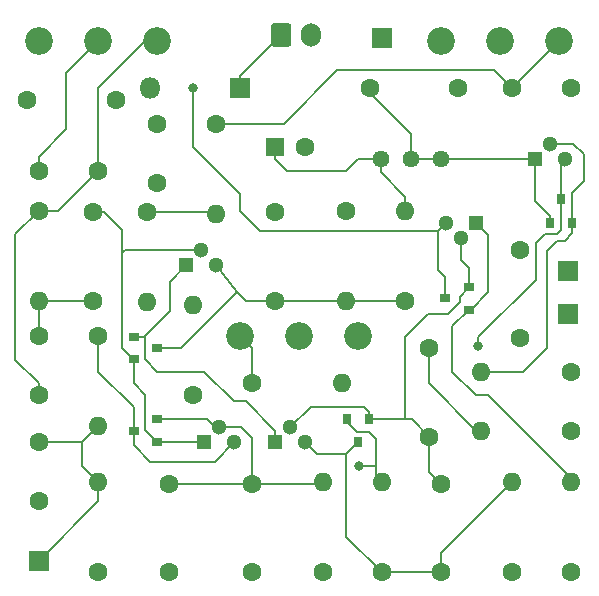
<source format=gbr>
%TF.GenerationSoftware,KiCad,Pcbnew,(5.1.12)-1*%
%TF.CreationDate,2022-03-07T16:55:28+01:00*%
%TF.ProjectId,BSIAB,42534941-422e-46b6-9963-61645f706362,rev?*%
%TF.SameCoordinates,Original*%
%TF.FileFunction,Copper,L1,Top*%
%TF.FilePolarity,Positive*%
%FSLAX46Y46*%
G04 Gerber Fmt 4.6, Leading zero omitted, Abs format (unit mm)*
G04 Created by KiCad (PCBNEW (5.1.12)-1) date 2022-03-07 16:55:28*
%MOMM*%
%LPD*%
G01*
G04 APERTURE LIST*
%TA.AperFunction,ComponentPad*%
%ADD10C,2.340000*%
%TD*%
%TA.AperFunction,ComponentPad*%
%ADD11C,1.600000*%
%TD*%
%TA.AperFunction,ComponentPad*%
%ADD12R,1.800000X1.800000*%
%TD*%
%TA.AperFunction,ComponentPad*%
%ADD13O,1.800000X1.800000*%
%TD*%
%TA.AperFunction,SMDPad,CuDef*%
%ADD14R,0.900000X0.800000*%
%TD*%
%TA.AperFunction,SMDPad,CuDef*%
%ADD15R,0.800000X0.900000*%
%TD*%
%TA.AperFunction,ComponentPad*%
%ADD16C,1.300000*%
%TD*%
%TA.AperFunction,ComponentPad*%
%ADD17R,1.300000X1.300000*%
%TD*%
%TA.AperFunction,ComponentPad*%
%ADD18O,1.600000X1.600000*%
%TD*%
%TA.AperFunction,ComponentPad*%
%ADD19C,1.440000*%
%TD*%
%TA.AperFunction,ComponentPad*%
%ADD20R,1.600000X1.600000*%
%TD*%
%TA.AperFunction,ComponentPad*%
%ADD21O,1.700000X2.000000*%
%TD*%
%TA.AperFunction,ComponentPad*%
%ADD22R,1.700000X1.700000*%
%TD*%
%TA.AperFunction,ViaPad*%
%ADD23C,0.800000*%
%TD*%
%TA.AperFunction,Conductor*%
%ADD24C,0.200000*%
%TD*%
G04 APERTURE END LIST*
D10*
%TO.P,GAIN1,3*%
%TO.N,Net-(C7-Pad1)*%
X113000000Y-103000000D03*
%TO.P,GAIN1,2*%
%TO.N,/G4*%
X108000000Y-103000000D03*
%TO.P,GAIN1,1*%
%TO.N,GND*%
X103000000Y-103000000D03*
%TD*%
D11*
%TO.P,C1,1*%
%TO.N,Net-(C1-Pad1)*%
X143700000Y-120700000D03*
%TO.P,C1,2*%
%TO.N,Net-(C1-Pad2)*%
X143700000Y-128200000D03*
%TD*%
D12*
%TO.P,D1,1*%
%TO.N,/9V*%
X120000000Y-107000000D03*
D13*
%TO.P,D1,2*%
%TO.N,GND*%
X112380000Y-107000000D03*
%TD*%
D10*
%TO.P,LEVEL1,3*%
%TO.N,Net-(C13-Pad2)*%
X147000000Y-103000000D03*
%TO.P,LEVEL1,2*%
%TO.N,Net-(LEVEL1-Pad2)*%
X142000000Y-103000000D03*
%TO.P,LEVEL1,1*%
%TO.N,GND*%
X137000000Y-103000000D03*
%TD*%
D14*
%TO.P,Q1,1*%
%TO.N,/9V*%
X111000000Y-128050000D03*
%TO.P,Q1,2*%
%TO.N,/S1D2*%
X111000000Y-129950000D03*
%TO.P,Q1,3*%
%TO.N,/G1*%
X113000000Y-129000000D03*
%TD*%
D15*
%TO.P,Q2,1*%
%TO.N,/S3D4*%
X130950000Y-135000000D03*
%TO.P,Q2,2*%
%TO.N,/9V*%
X129050000Y-135000000D03*
%TO.P,Q2,3*%
%TO.N,/G3*%
X130000000Y-137000000D03*
%TD*%
%TO.P,Q3,1*%
%TO.N,/D5*%
X146250000Y-118400000D03*
%TO.P,Q3,2*%
%TO.N,/S5*%
X148150000Y-118400000D03*
%TO.P,Q3,3*%
%TO.N,/G5*%
X147200000Y-116400000D03*
%TD*%
D14*
%TO.P,Q4,3*%
%TO.N,/G2*%
X111000000Y-136000000D03*
%TO.P,Q4,2*%
%TO.N,/S2*%
X113000000Y-135050000D03*
%TO.P,Q4,1*%
%TO.N,/S1D2*%
X113000000Y-136950000D03*
%TD*%
%TO.P,Q5,1*%
%TO.N,/S4*%
X139400000Y-125750000D03*
%TO.P,Q5,2*%
%TO.N,/S3D4*%
X139400000Y-123850000D03*
%TO.P,Q5,3*%
%TO.N,/G4*%
X137400000Y-124800000D03*
%TD*%
D16*
%TO.P,Q6,2*%
%TO.N,/S1D2*%
X116730000Y-120730000D03*
%TO.P,Q6,3*%
%TO.N,/G1*%
X118000000Y-122000000D03*
D17*
%TO.P,Q6,1*%
%TO.N,/9V*%
X115460000Y-122000000D03*
%TD*%
%TO.P,Q7,1*%
%TO.N,/S1D2*%
X117000000Y-137000000D03*
D16*
%TO.P,Q7,3*%
%TO.N,/G2*%
X119540000Y-137000000D03*
%TO.P,Q7,2*%
%TO.N,/S2*%
X118270000Y-135730000D03*
%TD*%
%TO.P,Q8,2*%
%TO.N,/S3D4*%
X124270000Y-135730000D03*
%TO.P,Q8,3*%
%TO.N,/G3*%
X125540000Y-137000000D03*
D17*
%TO.P,Q8,1*%
%TO.N,/9V*%
X123000000Y-137000000D03*
%TD*%
%TO.P,Q9,1*%
%TO.N,/S4*%
X140000000Y-118400000D03*
D16*
%TO.P,Q9,3*%
%TO.N,/G4*%
X137460000Y-118400000D03*
%TO.P,Q9,2*%
%TO.N,/S3D4*%
X138730000Y-119670000D03*
%TD*%
%TO.P,Q10,2*%
%TO.N,/S5*%
X146270000Y-111730000D03*
%TO.P,Q10,3*%
%TO.N,/G5*%
X147540000Y-113000000D03*
D17*
%TO.P,Q10,1*%
%TO.N,/D5*%
X145000000Y-113000000D03*
%TD*%
D11*
%TO.P,R1,1*%
%TO.N,Net-(C1-Pad2)*%
X116000000Y-133000000D03*
D18*
%TO.P,R1,2*%
%TO.N,GND*%
X116000000Y-125380000D03*
%TD*%
%TO.P,R2,2*%
%TO.N,/9V*%
X134000000Y-117380000D03*
D11*
%TO.P,R2,1*%
%TO.N,/G1*%
X134000000Y-125000000D03*
%TD*%
D18*
%TO.P,R3,2*%
%TO.N,/9V*%
X132000000Y-140380000D03*
D11*
%TO.P,R3,1*%
%TO.N,/G3*%
X132000000Y-148000000D03*
%TD*%
D18*
%TO.P,R4,2*%
%TO.N,Net-(R4-Pad2)*%
X112100000Y-125120000D03*
D11*
%TO.P,R4,1*%
%TO.N,Net-(C12-Pad2)*%
X112100000Y-117500000D03*
%TD*%
%TO.P,R5,1*%
%TO.N,Net-(C13-Pad2)*%
X118000000Y-110000000D03*
D18*
%TO.P,R5,2*%
%TO.N,Net-(C12-Pad2)*%
X118000000Y-117620000D03*
%TD*%
%TO.P,R6,2*%
%TO.N,/G1*%
X129000000Y-125020000D03*
D11*
%TO.P,R6,1*%
%TO.N,GND*%
X129000000Y-117400000D03*
%TD*%
%TO.P,R7,1*%
%TO.N,GND*%
X143000000Y-148000000D03*
D18*
%TO.P,R7,2*%
%TO.N,/G3*%
X143000000Y-140380000D03*
%TD*%
%TO.P,R8,2*%
%TO.N,Net-(C1-Pad1)*%
X128620000Y-132000000D03*
D11*
%TO.P,R8,1*%
%TO.N,Net-(C11-Pad2)*%
X121000000Y-132000000D03*
%TD*%
%TO.P,R9,1*%
%TO.N,/G2*%
X108000000Y-128000000D03*
D18*
%TO.P,R9,2*%
%TO.N,Net-(C10-Pad2)*%
X108000000Y-135620000D03*
%TD*%
D11*
%TO.P,R10,1*%
%TO.N,Net-(C7-Pad1)*%
X103000000Y-117380000D03*
D18*
%TO.P,R10,2*%
%TO.N,Net-(C6-Pad1)*%
X103000000Y-125000000D03*
%TD*%
%TO.P,R11,2*%
%TO.N,/S4*%
X148000000Y-140380000D03*
D11*
%TO.P,R11,1*%
%TO.N,GND*%
X148000000Y-148000000D03*
%TD*%
D18*
%TO.P,R12,2*%
%TO.N,/G5*%
X140380000Y-136000000D03*
D11*
%TO.P,R12,1*%
%TO.N,GND*%
X148000000Y-136000000D03*
%TD*%
%TO.P,R13,1*%
%TO.N,GND*%
X148000000Y-131000000D03*
D18*
%TO.P,R13,2*%
%TO.N,/S5*%
X140380000Y-131000000D03*
%TD*%
D11*
%TO.P,R14,1*%
%TO.N,GND*%
X108000000Y-148000000D03*
D18*
%TO.P,R14,2*%
%TO.N,Net-(C10-Pad2)*%
X108000000Y-140380000D03*
%TD*%
D11*
%TO.P,R15,1*%
%TO.N,GND*%
X127000000Y-148000000D03*
D18*
%TO.P,R15,2*%
%TO.N,/S2*%
X127000000Y-140380000D03*
%TD*%
D10*
%TO.P,TONE1,3*%
%TO.N,Net-(C1-Pad2)*%
X130000000Y-128000000D03*
%TO.P,TONE1,2*%
%TO.N,Net-(R4-Pad2)*%
X125000000Y-128000000D03*
%TO.P,TONE1,1*%
%TO.N,Net-(C11-Pad2)*%
X120000000Y-128000000D03*
%TD*%
D19*
%TO.P,TRIM1,1*%
%TO.N,/D5*%
X137000000Y-113000000D03*
%TO.P,TRIM1,2*%
X134460000Y-113000000D03*
%TO.P,TRIM1,3*%
%TO.N,/9V*%
X131920000Y-113000000D03*
%TD*%
D20*
%TO.P,C2,1*%
%TO.N,/9V*%
X123000000Y-112000000D03*
D11*
%TO.P,C2,2*%
%TO.N,GND*%
X125500000Y-112000000D03*
%TD*%
%TO.P,C7,1*%
%TO.N,Net-(C7-Pad1)*%
X103000000Y-133000000D03*
%TO.P,C7,2*%
%TO.N,Net-(C6-Pad1)*%
X103000000Y-128000000D03*
%TD*%
%TO.P,C9,2*%
%TO.N,Net-(C7-Pad1)*%
X108000000Y-114000000D03*
%TO.P,C9,1*%
%TO.N,/G4*%
X103000000Y-114000000D03*
%TD*%
%TO.P,C10,1*%
%TO.N,GND*%
X103000000Y-142000000D03*
%TO.P,C10,2*%
%TO.N,Net-(C10-Pad2)*%
X103000000Y-137000000D03*
%TD*%
%TO.P,C12,1*%
%TO.N,GND*%
X113000000Y-115000000D03*
%TO.P,C12,2*%
%TO.N,Net-(C12-Pad2)*%
X113000000Y-110000000D03*
%TD*%
%TO.P,C13,2*%
%TO.N,Net-(C13-Pad2)*%
X143000000Y-107000000D03*
%TO.P,C13,1*%
%TO.N,GND*%
X148000000Y-107000000D03*
%TD*%
%TO.P,C3,1*%
%TO.N,/D5*%
X131000000Y-107000000D03*
%TO.P,C3,2*%
%TO.N,Net-(C1-Pad1)*%
X138500000Y-107000000D03*
%TD*%
%TO.P,C4,1*%
%TO.N,/G1*%
X123000000Y-125000000D03*
%TO.P,C4,2*%
%TO.N,/S1D2*%
X123000000Y-117500000D03*
%TD*%
%TO.P,C5,1*%
%TO.N,/G3*%
X137000000Y-148000000D03*
%TO.P,C5,2*%
%TO.N,/S3D4*%
X137000000Y-140500000D03*
%TD*%
%TO.P,C6,2*%
%TO.N,/S1D2*%
X107600000Y-117500000D03*
%TO.P,C6,1*%
%TO.N,Net-(C6-Pad1)*%
X107600000Y-125000000D03*
%TD*%
%TO.P,C8,2*%
%TO.N,/S3D4*%
X136000000Y-136500000D03*
%TO.P,C8,1*%
%TO.N,/G5*%
X136000000Y-129000000D03*
%TD*%
%TO.P,C11,2*%
%TO.N,Net-(C11-Pad2)*%
X109500000Y-108000000D03*
%TO.P,C11,1*%
%TO.N,GND*%
X102000000Y-108000000D03*
%TD*%
%TO.P,C3A1,1*%
%TO.N,GND*%
X114000000Y-148000000D03*
%TO.P,C3A1,2*%
%TO.N,/S2*%
X114000000Y-140500000D03*
%TD*%
%TO.P,C3B1,2*%
%TO.N,/S2*%
X121000000Y-140500000D03*
%TO.P,C3B1,1*%
%TO.N,GND*%
X121000000Y-148000000D03*
%TD*%
%TO.P,PWR1,1*%
%TO.N,/9V*%
%TA.AperFunction,ComponentPad*%
G36*
G01*
X122650000Y-103250000D02*
X122650000Y-101750000D01*
G75*
G02*
X122900000Y-101500000I250000J0D01*
G01*
X124100000Y-101500000D01*
G75*
G02*
X124350000Y-101750000I0J-250000D01*
G01*
X124350000Y-103250000D01*
G75*
G02*
X124100000Y-103500000I-250000J0D01*
G01*
X122900000Y-103500000D01*
G75*
G02*
X122650000Y-103250000I0J250000D01*
G01*
G37*
%TD.AperFunction*%
D21*
%TO.P,PWR1,2*%
%TO.N,GND*%
X126000000Y-102500000D03*
%TD*%
D22*
%TO.P,BIAS1,1*%
%TO.N,/D5*%
X132000000Y-102800000D03*
%TD*%
%TO.P,GND1,1*%
%TO.N,GND*%
X147800000Y-126150000D03*
%TD*%
%TO.P,IN1,1*%
%TO.N,Net-(C10-Pad2)*%
X103000000Y-147000000D03*
%TD*%
%TO.P,OUT1,1*%
%TO.N,Net-(LEVEL1-Pad2)*%
X147800000Y-122500000D03*
%TD*%
D23*
%TO.N,/9V*%
X130100000Y-139000000D03*
%TO.N,/G5*%
X140200000Y-128800000D03*
%TO.N,/G4*%
X116000000Y-107000000D03*
%TD*%
D24*
%TO.N,/9V*%
X117000000Y-131000000D02*
X113000000Y-131000000D01*
X113000000Y-131000000D02*
X111950000Y-129950000D01*
X119479981Y-133479981D02*
X117000000Y-131000000D01*
X123000000Y-136000000D02*
X120479981Y-133479981D01*
X111950000Y-129950000D02*
X111950000Y-128050000D01*
X120479981Y-133479981D02*
X119479981Y-133479981D01*
X123000000Y-137000000D02*
X123000000Y-136000000D01*
X111950000Y-128050000D02*
X111000000Y-128050000D01*
X123000000Y-112000000D02*
X123000000Y-113000000D01*
X123000000Y-113000000D02*
X124000000Y-114000000D01*
X114050000Y-123410000D02*
X115460000Y-122000000D01*
X131500000Y-139880000D02*
X132000000Y-140380000D01*
X130900000Y-136100000D02*
X131500000Y-136700000D01*
X129900000Y-136100000D02*
X130900000Y-136100000D01*
X129050000Y-135250000D02*
X129900000Y-136100000D01*
X129050000Y-135000000D02*
X129050000Y-135250000D01*
X131500000Y-139000000D02*
X130100000Y-139000000D01*
X131500000Y-136700000D02*
X131500000Y-139000000D01*
X131500000Y-139000000D02*
X131500000Y-139880000D01*
X111950000Y-128050000D02*
X111950000Y-127950000D01*
X114050000Y-125850000D02*
X114050000Y-123410000D01*
X111950000Y-127950000D02*
X114050000Y-125850000D01*
X131920000Y-114120000D02*
X131920000Y-113000000D01*
X134000000Y-116200000D02*
X131920000Y-114120000D01*
X134000000Y-117380000D02*
X134000000Y-116200000D01*
X131920000Y-113000000D02*
X130000000Y-113000000D01*
X129000000Y-114000000D02*
X124000000Y-114000000D01*
X130000000Y-113000000D02*
X129000000Y-114000000D01*
X120000000Y-106000000D02*
X123500000Y-102500000D01*
X120000000Y-107000000D02*
X120000000Y-106000000D01*
%TO.N,/D5*%
X131000000Y-107000000D02*
X131000000Y-107400000D01*
X134460000Y-110860000D02*
X134460000Y-113000000D01*
X131000000Y-107400000D02*
X134460000Y-110860000D01*
X137000000Y-113000000D02*
X134460000Y-113000000D01*
X142000000Y-113000000D02*
X145000000Y-113000000D01*
X137000000Y-113000000D02*
X142000000Y-113000000D01*
X146250000Y-118400000D02*
X146250000Y-117850000D01*
X145000000Y-116600000D02*
X145000000Y-113000000D01*
X146250000Y-117850000D02*
X145000000Y-116600000D01*
%TO.N,/S1D2*%
X111000000Y-129950000D02*
X110950000Y-129950000D01*
X110950000Y-129950000D02*
X110000000Y-129000000D01*
X110000000Y-129000000D02*
X110000000Y-124000000D01*
X107600000Y-117500000D02*
X107600000Y-117600000D01*
X113050000Y-137000000D02*
X113000000Y-136950000D01*
X117000000Y-137000000D02*
X113050000Y-137000000D01*
X111000000Y-129950000D02*
X111000000Y-132000000D01*
X111000000Y-132000000D02*
X112000000Y-133000000D01*
X112000000Y-135950000D02*
X113000000Y-136950000D01*
X112000000Y-133000000D02*
X112000000Y-135950000D01*
X107600000Y-117500000D02*
X108500000Y-117500000D01*
X108500000Y-117500000D02*
X110000000Y-119000000D01*
X116730000Y-120730000D02*
X110270000Y-120730000D01*
X110270000Y-120730000D02*
X110000000Y-121000000D01*
X110000000Y-121000000D02*
X110000000Y-124000000D01*
X110000000Y-119000000D02*
X110000000Y-121000000D01*
%TO.N,/G1*%
X123000000Y-125000000D02*
X120540000Y-125000000D01*
X115000000Y-129000000D02*
X119770000Y-124230000D01*
X113000000Y-129000000D02*
X115000000Y-129000000D01*
X120540000Y-125000000D02*
X119770000Y-124230000D01*
X119770000Y-124230000D02*
X118000000Y-122000000D01*
X129020000Y-125000000D02*
X129000000Y-125020000D01*
X134000000Y-125000000D02*
X129020000Y-125000000D01*
X123020000Y-125020000D02*
X123000000Y-125000000D01*
X129000000Y-125020000D02*
X123020000Y-125020000D01*
%TO.N,/S3D4*%
X134550000Y-135050000D02*
X136000000Y-136500000D01*
X136000000Y-139500000D02*
X137000000Y-140500000D01*
X136000000Y-136500000D02*
X136000000Y-139500000D01*
X133950000Y-135050000D02*
X134550000Y-135050000D01*
X131000000Y-135050000D02*
X130950000Y-135000000D01*
X133950000Y-135050000D02*
X131000000Y-135050000D01*
X130950000Y-135000000D02*
X130950000Y-134450000D01*
X130950000Y-134450000D02*
X130500000Y-134000000D01*
X126000000Y-134000000D02*
X124270000Y-135730000D01*
X130500000Y-134000000D02*
X126000000Y-134000000D01*
%TO.N,/G3*%
X132000000Y-148000000D02*
X137000000Y-148000000D01*
X129000000Y-145000000D02*
X132000000Y-148000000D01*
X137000000Y-146380000D02*
X143000000Y-140380000D01*
X137000000Y-148000000D02*
X137000000Y-146380000D01*
X129000000Y-138000000D02*
X130000000Y-137000000D01*
X129000000Y-145000000D02*
X129000000Y-138000000D01*
X126540000Y-138000000D02*
X125540000Y-137000000D01*
X129000000Y-138000000D02*
X126540000Y-138000000D01*
%TO.N,Net-(C6-Pad1)*%
X103000000Y-125000000D02*
X103000000Y-128000000D01*
X103000000Y-125000000D02*
X107600000Y-125000000D01*
%TO.N,Net-(C7-Pad1)*%
X103000000Y-133000000D02*
X103000000Y-132000000D01*
X103000000Y-132000000D02*
X101000000Y-130000000D01*
X101000000Y-119380000D02*
X103000000Y-117380000D01*
X101000000Y-130000000D02*
X101000000Y-119380000D01*
X104620000Y-117380000D02*
X108000000Y-114000000D01*
X103000000Y-117380000D02*
X104620000Y-117380000D01*
X112000000Y-103000000D02*
X113000000Y-103000000D01*
X108000000Y-107000000D02*
X112000000Y-103000000D01*
X108000000Y-114000000D02*
X108000000Y-107000000D01*
%TO.N,/G5*%
X140380000Y-136000000D02*
X140000000Y-136000000D01*
X136000000Y-132000000D02*
X136000000Y-129000000D01*
X140000000Y-136000000D02*
X136000000Y-132000000D01*
X147200000Y-113340000D02*
X147540000Y-113000000D01*
X147200000Y-116400000D02*
X147200000Y-113340000D01*
X147200000Y-116400000D02*
X147200000Y-119020537D01*
X147200000Y-119020537D02*
X146854702Y-119365835D01*
X146854702Y-119365835D02*
X145873896Y-119365835D01*
X145873896Y-119365835D02*
X145089251Y-120150480D01*
X145089251Y-120150480D02*
X145089251Y-123008829D01*
X145089251Y-123008829D02*
X145089251Y-123110749D01*
X145089251Y-123008829D02*
X145089251Y-123210749D01*
X140200000Y-128100000D02*
X140200000Y-128800000D01*
X145089251Y-123210749D02*
X140200000Y-128100000D01*
%TO.N,/G4*%
X103000000Y-114000000D02*
X103000000Y-112800000D01*
X103000000Y-112800000D02*
X105300000Y-110500000D01*
X105300000Y-105700000D02*
X108000000Y-103000000D01*
X105300000Y-110500000D02*
X105300000Y-105700000D01*
X108000000Y-103000000D02*
X108600000Y-103000000D01*
X121700000Y-119100000D02*
X134500000Y-119100000D01*
X120000000Y-117400000D02*
X121700000Y-119100000D01*
X120000000Y-116000000D02*
X120000000Y-117400000D01*
X116000000Y-112000000D02*
X120000000Y-116000000D01*
X116000000Y-107000000D02*
X116000000Y-112000000D01*
%TO.N,Net-(C10-Pad2)*%
X106620000Y-137000000D02*
X108000000Y-135620000D01*
X103000000Y-137000000D02*
X106620000Y-137000000D01*
X106620000Y-139000000D02*
X108000000Y-140380000D01*
X106620000Y-137000000D02*
X106620000Y-139000000D01*
X108000000Y-142000000D02*
X103000000Y-147000000D01*
X108000000Y-140380000D02*
X108000000Y-142000000D01*
%TO.N,Net-(C11-Pad2)*%
X121000000Y-129000000D02*
X120000000Y-128000000D01*
X121000000Y-132000000D02*
X121000000Y-129000000D01*
%TO.N,Net-(C12-Pad2)*%
X117880000Y-117500000D02*
X118000000Y-117620000D01*
X112100000Y-117500000D02*
X117880000Y-117500000D01*
%TO.N,Net-(C13-Pad2)*%
X147000000Y-103000000D02*
X143000000Y-107000000D01*
X118000000Y-110000000D02*
X123700000Y-110000000D01*
%TO.N,/S2*%
X114000000Y-140500000D02*
X121000000Y-140500000D01*
X126880000Y-140500000D02*
X127000000Y-140380000D01*
X121000000Y-140500000D02*
X126880000Y-140500000D01*
X121000000Y-140500000D02*
X121000000Y-136655632D01*
X120074368Y-135730000D02*
X118270000Y-135730000D01*
X121000000Y-136655632D02*
X120074368Y-135730000D01*
X118270000Y-135730000D02*
X117925936Y-135730000D01*
X117245936Y-135050000D02*
X113000000Y-135050000D01*
X117925936Y-135730000D02*
X117245936Y-135050000D01*
%TO.N,/S5*%
X148150000Y-118400000D02*
X148150000Y-115850000D01*
X148150000Y-115850000D02*
X149100000Y-114900000D01*
X149100000Y-114900000D02*
X149100000Y-112600000D01*
X148230000Y-111730000D02*
X146270000Y-111730000D01*
X149100000Y-112600000D02*
X148230000Y-111730000D01*
X148150000Y-119303550D02*
X148150000Y-118400000D01*
X147499231Y-119954319D02*
X148150000Y-119303550D01*
X146854702Y-119954319D02*
X147499231Y-119954319D01*
X146000000Y-120809021D02*
X146854702Y-119954319D01*
X146000000Y-129000000D02*
X146000000Y-120809021D01*
X144000000Y-131000000D02*
X146000000Y-129000000D01*
X140380000Y-131000000D02*
X144000000Y-131000000D01*
%TO.N,/G2*%
X108000000Y-129000000D02*
X108000000Y-128000000D01*
X111000000Y-136000000D02*
X111000000Y-134000000D01*
X108000000Y-131000000D02*
X108000000Y-128000000D01*
X111000000Y-134000000D02*
X108000000Y-131000000D01*
X111000000Y-136000000D02*
X111000000Y-137257676D01*
X111000000Y-137257676D02*
X112364525Y-138622201D01*
X117917799Y-138622201D02*
X119540000Y-137000000D01*
X112364525Y-138622201D02*
X117917799Y-138622201D01*
%TO.N,/S3D4*%
X138600000Y-124650000D02*
X139400000Y-123850000D01*
X138600000Y-125100000D02*
X138600000Y-124650000D01*
X137600000Y-126100000D02*
X138600000Y-125100000D01*
X135900000Y-126100000D02*
X137600000Y-126100000D01*
X133950000Y-128050000D02*
X135900000Y-126100000D01*
X133950000Y-135050000D02*
X133950000Y-128050000D01*
X139400000Y-123850000D02*
X139400000Y-122200000D01*
X138730000Y-121530000D02*
X138730000Y-119670000D01*
X139400000Y-122200000D02*
X138730000Y-121530000D01*
%TO.N,/G4*%
X136760000Y-119100000D02*
X137460000Y-118400000D01*
X134500000Y-119100000D02*
X136760000Y-119100000D01*
X137400000Y-124800000D02*
X137400000Y-123000000D01*
X136760000Y-122360000D02*
X136760000Y-119100000D01*
X137400000Y-123000000D02*
X136760000Y-122360000D01*
%TO.N,Net-(C13-Pad2)*%
X141500000Y-105500000D02*
X143000000Y-107000000D01*
X128200000Y-105500000D02*
X141500000Y-105500000D01*
X123700000Y-110000000D02*
X128200000Y-105500000D01*
%TO.N,/S4*%
X138000000Y-127150000D02*
X139400000Y-125750000D01*
X138000000Y-131000000D02*
X138000000Y-127150000D01*
X140000000Y-133000000D02*
X138000000Y-131000000D01*
X141000000Y-133000000D02*
X140000000Y-133000000D01*
X148000000Y-140000000D02*
X141000000Y-133000000D01*
X148000000Y-140380000D02*
X148000000Y-140000000D01*
X139400000Y-125750000D02*
X139550000Y-125750000D01*
X139550000Y-125750000D02*
X141000000Y-124300000D01*
X141000000Y-119400000D02*
X140000000Y-118400000D01*
X141000000Y-124300000D02*
X141000000Y-119400000D01*
%TD*%
M02*

</source>
